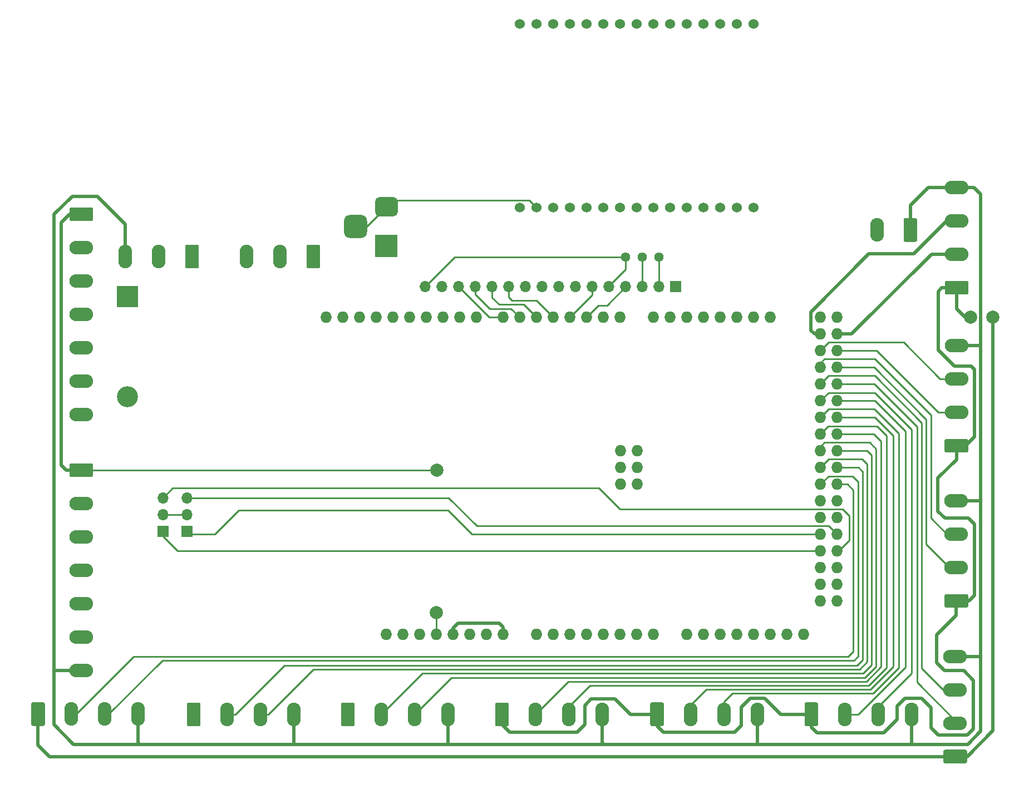
<source format=gbr>
%TF.GenerationSoftware,KiCad,Pcbnew,(5.1.6)-1*%
%TF.CreationDate,2021-07-14T17:55:53+02:00*%
%TF.ProjectId,future_uni,66757475-7265-45f7-956e-692e6b696361,rev?*%
%TF.SameCoordinates,Original*%
%TF.FileFunction,Copper,L2,Bot*%
%TF.FilePolarity,Positive*%
%FSLAX46Y46*%
G04 Gerber Fmt 4.6, Leading zero omitted, Abs format (unit mm)*
G04 Created by KiCad (PCBNEW (5.1.6)-1) date 2021-07-14 17:55:53*
%MOMM*%
%LPD*%
G01*
G04 APERTURE LIST*
%TA.AperFunction,ComponentPad*%
%ADD10O,2.080000X3.600000*%
%TD*%
%TA.AperFunction,ComponentPad*%
%ADD11O,3.600000X2.080000*%
%TD*%
%TA.AperFunction,ComponentPad*%
%ADD12R,1.700000X1.700000*%
%TD*%
%TA.AperFunction,ComponentPad*%
%ADD13O,1.700000X1.700000*%
%TD*%
%TA.AperFunction,ComponentPad*%
%ADD14R,3.500000X3.500000*%
%TD*%
%TA.AperFunction,ComponentPad*%
%ADD15C,1.440000*%
%TD*%
%TA.AperFunction,ComponentPad*%
%ADD16C,1.524000*%
%TD*%
%TA.AperFunction,ComponentPad*%
%ADD17O,1.727200X1.727200*%
%TD*%
%TA.AperFunction,ComponentPad*%
%ADD18R,3.200000X3.200000*%
%TD*%
%TA.AperFunction,ComponentPad*%
%ADD19O,3.200000X3.200000*%
%TD*%
%TA.AperFunction,ViaPad*%
%ADD20C,2.000000*%
%TD*%
%TA.AperFunction,Conductor*%
%ADD21C,0.500000*%
%TD*%
%TA.AperFunction,Conductor*%
%ADD22C,0.250000*%
%TD*%
G04 APERTURE END LIST*
%TO.P,J14,1*%
%TO.N,/5V*%
%TA.AperFunction,ComponentPad*%
G36*
G01*
X120387240Y-141491301D02*
X120387240Y-138391299D01*
G75*
G02*
X120637239Y-138141300I249999J0D01*
G01*
X122217241Y-138141300D01*
G75*
G02*
X122467240Y-138391299I0J-249999D01*
G01*
X122467240Y-141491301D01*
G75*
G02*
X122217241Y-141741300I-249999J0D01*
G01*
X120637239Y-141741300D01*
G75*
G02*
X120387240Y-141491301I0J249999D01*
G01*
G37*
%TD.AperFunction*%
D10*
%TO.P,J14,2*%
%TO.N,/TRIG_8*%
X126507240Y-139941300D03*
%TO.P,J14,3*%
%TO.N,/ECHO_8*%
X131587240Y-139941300D03*
%TO.P,J14,4*%
%TO.N,/GND*%
X136667240Y-139941300D03*
%TD*%
%TO.P,J8,4*%
%TO.N,/GND*%
X89547700Y-139900660D03*
%TO.P,J8,3*%
%TO.N,/ECHO_10*%
X84467700Y-139900660D03*
%TO.P,J8,2*%
%TO.N,/TRIG_10*%
X79387700Y-139900660D03*
%TO.P,J8,1*%
%TO.N,/5V*%
%TA.AperFunction,ComponentPad*%
G36*
G01*
X73267700Y-141450661D02*
X73267700Y-138350659D01*
G75*
G02*
X73517699Y-138100660I249999J0D01*
G01*
X75097701Y-138100660D01*
G75*
G02*
X75347700Y-138350659I0J-249999D01*
G01*
X75347700Y-141450661D01*
G75*
G02*
X75097701Y-141700660I-249999J0D01*
G01*
X73517699Y-141700660D01*
G75*
G02*
X73267700Y-141450661I0J249999D01*
G01*
G37*
%TD.AperFunction*%
%TD*%
D11*
%TO.P,J1,7*%
%TO.N,/GND*%
X80886300Y-133271260D03*
%TO.P,J1,6*%
%TO.N,/RST*%
X80886300Y-128191260D03*
%TO.P,J1,5*%
%TO.N,/SDA\u005CSS_2*%
X80886300Y-123111260D03*
%TO.P,J1,4*%
%TO.N,/SCK*%
X80886300Y-118031260D03*
%TO.P,J1,3*%
%TO.N,/MISO*%
X80886300Y-112951260D03*
%TO.P,J1,2*%
%TO.N,/MOSI*%
X80886300Y-107871260D03*
%TO.P,J1,1*%
%TO.N,/3.3V*%
%TA.AperFunction,ComponentPad*%
G36*
G01*
X79336299Y-101751260D02*
X82436301Y-101751260D01*
G75*
G02*
X82686300Y-102001259I0J-249999D01*
G01*
X82686300Y-103581261D01*
G75*
G02*
X82436301Y-103831260I-249999J0D01*
G01*
X79336299Y-103831260D01*
G75*
G02*
X79086300Y-103581261I0J249999D01*
G01*
X79086300Y-102001259D01*
G75*
G02*
X79336299Y-101751260I249999J0D01*
G01*
G37*
%TD.AperFunction*%
%TD*%
%TO.P,J2,1*%
%TO.N,/VIN*%
%TA.AperFunction,ComponentPad*%
G36*
G01*
X117209440Y-68716559D02*
X117209440Y-71816561D01*
G75*
G02*
X116959441Y-72066560I-249999J0D01*
G01*
X115379439Y-72066560D01*
G75*
G02*
X115129440Y-71816561I0J249999D01*
G01*
X115129440Y-68716559D01*
G75*
G02*
X115379439Y-68466560I249999J0D01*
G01*
X116959441Y-68466560D01*
G75*
G02*
X117209440Y-68716559I0J-249999D01*
G01*
G37*
%TD.AperFunction*%
D10*
%TO.P,J2,2*%
%TO.N,/Signal_1*%
X111089440Y-70266560D03*
%TO.P,J2,3*%
%TO.N,/GND*%
X106009440Y-70266560D03*
%TD*%
D12*
%TO.P,J3,1*%
%TO.N,/GND*%
X171310300Y-74879200D03*
D13*
%TO.P,J3,2*%
%TO.N,/5V*%
X168770300Y-74879200D03*
%TO.P,J3,3*%
%TO.N,/VO*%
X166230300Y-74879200D03*
%TO.P,J3,4*%
%TO.N,/RS*%
X163690300Y-74879200D03*
%TO.P,J3,5*%
%TO.N,/GND*%
X161150300Y-74879200D03*
%TO.P,J3,6*%
%TO.N,/E*%
X158610300Y-74879200D03*
%TO.P,J3,7*%
%TO.N,Net-(J3-Pad7)*%
X156070300Y-74879200D03*
%TO.P,J3,8*%
%TO.N,Net-(J3-Pad8)*%
X153530300Y-74879200D03*
%TO.P,J3,9*%
%TO.N,Net-(J3-Pad9)*%
X150990300Y-74879200D03*
%TO.P,J3,10*%
%TO.N,Net-(J3-Pad10)*%
X148450300Y-74879200D03*
%TO.P,J3,11*%
%TO.N,/DB4*%
X145910300Y-74879200D03*
%TO.P,J3,12*%
%TO.N,/DB5*%
X143370300Y-74879200D03*
%TO.P,J3,13*%
%TO.N,/DB6*%
X140830300Y-74879200D03*
%TO.P,J3,14*%
%TO.N,/DB7*%
X138290300Y-74879200D03*
%TO.P,J3,15*%
%TO.N,/5V*%
X135750300Y-74879200D03*
%TO.P,J3,16*%
%TO.N,/GND*%
X133210300Y-74879200D03*
%TD*%
D10*
%TO.P,J4,3*%
%TO.N,/GND*%
X87584280Y-70279260D03*
%TO.P,J4,2*%
%TO.N,/Signal_2*%
X92664280Y-70279260D03*
%TO.P,J4,1*%
%TO.N,/VIN*%
%TA.AperFunction,ComponentPad*%
G36*
G01*
X98784280Y-68729259D02*
X98784280Y-71829261D01*
G75*
G02*
X98534281Y-72079260I-249999J0D01*
G01*
X96954279Y-72079260D01*
G75*
G02*
X96704280Y-71829261I0J249999D01*
G01*
X96704280Y-68729259D01*
G75*
G02*
X96954279Y-68479260I249999J0D01*
G01*
X98534281Y-68479260D01*
G75*
G02*
X98784280Y-68729259I0J-249999D01*
G01*
G37*
%TD.AperFunction*%
%TD*%
D13*
%TO.P,J5,3*%
%TO.N,/GREEN_1*%
X93284040Y-107000040D03*
%TO.P,J5,2*%
%TO.N,/GND*%
X93284040Y-109540040D03*
D12*
%TO.P,J5,1*%
%TO.N,/RED_1*%
X93284040Y-112080040D03*
%TD*%
%TO.P,J6,1*%
%TO.N,/RED_2*%
X96951800Y-112072420D03*
D13*
%TO.P,J6,2*%
%TO.N,/GND*%
X96951800Y-109532420D03*
%TO.P,J6,3*%
%TO.N,/GREEN_2*%
X96951800Y-106992420D03*
%TD*%
%TO.P,J7,1*%
%TO.N,/3.3V*%
%TA.AperFunction,ComponentPad*%
G36*
G01*
X79333759Y-62787660D02*
X82433761Y-62787660D01*
G75*
G02*
X82683760Y-63037659I0J-249999D01*
G01*
X82683760Y-64617661D01*
G75*
G02*
X82433761Y-64867660I-249999J0D01*
G01*
X79333759Y-64867660D01*
G75*
G02*
X79083760Y-64617661I0J249999D01*
G01*
X79083760Y-63037659D01*
G75*
G02*
X79333759Y-62787660I249999J0D01*
G01*
G37*
%TD.AperFunction*%
D11*
%TO.P,J7,2*%
%TO.N,/MOSI*%
X80883760Y-68907660D03*
%TO.P,J7,3*%
%TO.N,/MISO*%
X80883760Y-73987660D03*
%TO.P,J7,4*%
%TO.N,/SCK*%
X80883760Y-79067660D03*
%TO.P,J7,5*%
%TO.N,/SDA\u005CSS_1*%
X80883760Y-84147660D03*
%TO.P,J7,6*%
%TO.N,/RST*%
X80883760Y-89227660D03*
%TO.P,J7,7*%
%TO.N,/GND*%
X80883760Y-94307660D03*
%TD*%
%TO.P,J9,1*%
%TO.N,/5V*%
%TA.AperFunction,ComponentPad*%
G36*
G01*
X96940500Y-141486221D02*
X96940500Y-138386219D01*
G75*
G02*
X97190499Y-138136220I249999J0D01*
G01*
X98770501Y-138136220D01*
G75*
G02*
X99020500Y-138386219I0J-249999D01*
G01*
X99020500Y-141486221D01*
G75*
G02*
X98770501Y-141736220I-249999J0D01*
G01*
X97190499Y-141736220D01*
G75*
G02*
X96940500Y-141486221I0J249999D01*
G01*
G37*
%TD.AperFunction*%
D10*
%TO.P,J9,2*%
%TO.N,/TRIG_9*%
X103060500Y-139936220D03*
%TO.P,J9,3*%
%TO.N,/ECHO_9*%
X108140500Y-139936220D03*
%TO.P,J9,4*%
%TO.N,/GND*%
X113220500Y-139936220D03*
%TD*%
D14*
%TO.P,J10,1*%
%TO.N,/VIN*%
X127307340Y-68694300D03*
%TO.P,J10,2*%
%TO.N,/GND*%
%TA.AperFunction,ComponentPad*%
G36*
G01*
X126307340Y-61194300D02*
X128307340Y-61194300D01*
G75*
G02*
X129057340Y-61944300I0J-750000D01*
G01*
X129057340Y-63444300D01*
G75*
G02*
X128307340Y-64194300I-750000J0D01*
G01*
X126307340Y-64194300D01*
G75*
G02*
X125557340Y-63444300I0J750000D01*
G01*
X125557340Y-61944300D01*
G75*
G02*
X126307340Y-61194300I750000J0D01*
G01*
G37*
%TD.AperFunction*%
%TO.P,J10,3*%
%TA.AperFunction,ComponentPad*%
G36*
G01*
X121732340Y-63944300D02*
X123482340Y-63944300D01*
G75*
G02*
X124357340Y-64819300I0J-875000D01*
G01*
X124357340Y-66569300D01*
G75*
G02*
X123482340Y-67444300I-875000J0D01*
G01*
X121732340Y-67444300D01*
G75*
G02*
X120857340Y-66569300I0J875000D01*
G01*
X120857340Y-64819300D01*
G75*
G02*
X121732340Y-63944300I875000J0D01*
G01*
G37*
%TD.AperFunction*%
%TD*%
%TO.P,J11,1*%
%TO.N,/GND*%
%TA.AperFunction,ComponentPad*%
G36*
G01*
X208055080Y-64677959D02*
X208055080Y-67777961D01*
G75*
G02*
X207805081Y-68027960I-249999J0D01*
G01*
X206225079Y-68027960D01*
G75*
G02*
X205975080Y-67777961I0J249999D01*
G01*
X205975080Y-64677959D01*
G75*
G02*
X206225079Y-64427960I249999J0D01*
G01*
X207805081Y-64427960D01*
G75*
G02*
X208055080Y-64677959I0J-249999D01*
G01*
G37*
%TD.AperFunction*%
D10*
%TO.P,J11,2*%
%TO.N,/VIN*%
X201935080Y-66227960D03*
%TD*%
%TO.P,J12,1*%
%TO.N,/5V*%
%TA.AperFunction,ComponentPad*%
G36*
G01*
X167445820Y-141468441D02*
X167445820Y-138368439D01*
G75*
G02*
X167695819Y-138118440I249999J0D01*
G01*
X169275821Y-138118440D01*
G75*
G02*
X169525820Y-138368439I0J-249999D01*
G01*
X169525820Y-141468441D01*
G75*
G02*
X169275821Y-141718440I-249999J0D01*
G01*
X167695819Y-141718440D01*
G75*
G02*
X167445820Y-141468441I0J249999D01*
G01*
G37*
%TD.AperFunction*%
%TO.P,J12,2*%
%TO.N,/TRIG_6*%
X173565820Y-139918440D03*
%TO.P,J12,3*%
%TO.N,/ECHO_6*%
X178645820Y-139918440D03*
%TO.P,J12,4*%
%TO.N,/GND*%
X183725820Y-139918440D03*
%TD*%
%TO.P,J13,4*%
%TO.N,/GND*%
X160116520Y-139956540D03*
%TO.P,J13,3*%
%TO.N,/ECHO_7*%
X155036520Y-139956540D03*
%TO.P,J13,2*%
%TO.N,/TRIG_7*%
X149956520Y-139956540D03*
%TO.P,J13,1*%
%TO.N,/5V*%
%TA.AperFunction,ComponentPad*%
G36*
G01*
X143836520Y-141506541D02*
X143836520Y-138406539D01*
G75*
G02*
X144086519Y-138156540I249999J0D01*
G01*
X145666521Y-138156540D01*
G75*
G02*
X145916520Y-138406539I0J-249999D01*
G01*
X145916520Y-141506541D01*
G75*
G02*
X145666521Y-141756540I-249999J0D01*
G01*
X144086519Y-141756540D01*
G75*
G02*
X143836520Y-141506541I0J249999D01*
G01*
G37*
%TD.AperFunction*%
%TD*%
%TO.P,J15,4*%
%TO.N,/GND*%
X207192880Y-139920980D03*
%TO.P,J15,3*%
%TO.N,/ECHO_5*%
X202112880Y-139920980D03*
%TO.P,J15,2*%
%TO.N,/TRIG_5*%
X197032880Y-139920980D03*
%TO.P,J15,1*%
%TO.N,/5V*%
%TA.AperFunction,ComponentPad*%
G36*
G01*
X190912880Y-141470981D02*
X190912880Y-138370979D01*
G75*
G02*
X191162879Y-138120980I249999J0D01*
G01*
X192742881Y-138120980D01*
G75*
G02*
X192992880Y-138370979I0J-249999D01*
G01*
X192992880Y-141470981D01*
G75*
G02*
X192742881Y-141720980I-249999J0D01*
G01*
X191162879Y-141720980D01*
G75*
G02*
X190912880Y-141470981I0J249999D01*
G01*
G37*
%TD.AperFunction*%
%TD*%
%TO.P,J16,1*%
%TO.N,/5V*%
%TA.AperFunction,ComponentPad*%
G36*
G01*
X215567861Y-100105080D02*
X212467859Y-100105080D01*
G75*
G02*
X212217860Y-99855081I0J249999D01*
G01*
X212217860Y-98275079D01*
G75*
G02*
X212467859Y-98025080I249999J0D01*
G01*
X215567861Y-98025080D01*
G75*
G02*
X215817860Y-98275079I0J-249999D01*
G01*
X215817860Y-99855081D01*
G75*
G02*
X215567861Y-100105080I-249999J0D01*
G01*
G37*
%TD.AperFunction*%
D11*
%TO.P,J16,2*%
%TO.N,/TRIG_2*%
X214017860Y-93985080D03*
%TO.P,J16,3*%
%TO.N,/ECHO_2*%
X214017860Y-88905080D03*
%TO.P,J16,4*%
%TO.N,/GND*%
X214017860Y-83825080D03*
%TD*%
%TO.P,J17,4*%
%TO.N,/GND*%
X214012780Y-107421680D03*
%TO.P,J17,3*%
%TO.N,/ECHO_3*%
X214012780Y-112501680D03*
%TO.P,J17,2*%
%TO.N,/TRIG_3*%
X214012780Y-117581680D03*
%TO.P,J17,1*%
%TO.N,/5V*%
%TA.AperFunction,ComponentPad*%
G36*
G01*
X215562781Y-123701680D02*
X212462779Y-123701680D01*
G75*
G02*
X212212780Y-123451681I0J249999D01*
G01*
X212212780Y-121871679D01*
G75*
G02*
X212462779Y-121621680I249999J0D01*
G01*
X215562781Y-121621680D01*
G75*
G02*
X215812780Y-121871679I0J-249999D01*
G01*
X215812780Y-123451681D01*
G75*
G02*
X215562781Y-123701680I-249999J0D01*
G01*
G37*
%TD.AperFunction*%
%TD*%
%TO.P,J18,1*%
%TO.N,/5V*%
%TA.AperFunction,ComponentPad*%
G36*
G01*
X215387521Y-147394800D02*
X212287519Y-147394800D01*
G75*
G02*
X212037520Y-147144801I0J249999D01*
G01*
X212037520Y-145564799D01*
G75*
G02*
X212287519Y-145314800I249999J0D01*
G01*
X215387521Y-145314800D01*
G75*
G02*
X215637520Y-145564799I0J-249999D01*
G01*
X215637520Y-147144801D01*
G75*
G02*
X215387521Y-147394800I-249999J0D01*
G01*
G37*
%TD.AperFunction*%
%TO.P,J18,2*%
%TO.N,/TRIG_4*%
X213837520Y-141274800D03*
%TO.P,J18,3*%
%TO.N,/ECHO_4*%
X213837520Y-136194800D03*
%TO.P,J18,4*%
%TO.N,/GND*%
X213837520Y-131114800D03*
%TD*%
%TO.P,J19,4*%
%TO.N,/GND*%
X214063580Y-59778900D03*
%TO.P,J19,3*%
%TO.N,/ECHO_1*%
X214063580Y-64858900D03*
%TO.P,J19,2*%
%TO.N,/TRIG_1*%
X214063580Y-69938900D03*
%TO.P,J19,1*%
%TO.N,/5V*%
%TA.AperFunction,ComponentPad*%
G36*
G01*
X215613581Y-76058900D02*
X212513579Y-76058900D01*
G75*
G02*
X212263580Y-75808901I0J249999D01*
G01*
X212263580Y-74228899D01*
G75*
G02*
X212513579Y-73978900I249999J0D01*
G01*
X215613581Y-73978900D01*
G75*
G02*
X215863580Y-74228899I0J-249999D01*
G01*
X215863580Y-75808901D01*
G75*
G02*
X215613581Y-76058900I-249999J0D01*
G01*
G37*
%TD.AperFunction*%
%TD*%
D15*
%TO.P,RV1,1*%
%TO.N,/5V*%
X168734740Y-70368160D03*
%TO.P,RV1,2*%
%TO.N,/VO*%
X166194740Y-70368160D03*
%TO.P,RV1,3*%
%TO.N,/GND*%
X163654740Y-70368160D03*
%TD*%
D16*
%TO.P,U1,1*%
%TO.N,Net-(U1-Pad1)*%
X183126380Y-34869120D03*
%TO.P,U1,2*%
%TO.N,Net-(U1-Pad2)*%
X180586380Y-34869120D03*
%TO.P,U1,3*%
%TO.N,Net-(U1-Pad3)*%
X178046380Y-34869120D03*
%TO.P,U1,4*%
%TO.N,Net-(U1-Pad4)*%
X175506380Y-34869120D03*
%TO.P,U1,5*%
%TO.N,Net-(U1-Pad5)*%
X172966380Y-34869120D03*
%TO.P,U1,6*%
%TO.N,Net-(U1-Pad6)*%
X170426380Y-34869120D03*
%TO.P,U1,7*%
%TO.N,Net-(U1-Pad7)*%
X167886380Y-34869120D03*
%TO.P,U1,8*%
%TO.N,Net-(U1-Pad8)*%
X165346380Y-34869120D03*
%TO.P,U1,9*%
%TO.N,Net-(U1-Pad9)*%
X162806380Y-34869120D03*
%TO.P,U1,10*%
%TO.N,Net-(U1-Pad10)*%
X160266380Y-34869120D03*
%TO.P,U1,11*%
%TO.N,Net-(U1-Pad11)*%
X157726380Y-34869120D03*
%TO.P,U1,12*%
%TO.N,/EN_ESP*%
X155186380Y-34869120D03*
%TO.P,U1,13*%
%TO.N,/RST_ESP*%
X152646380Y-34869120D03*
%TO.P,U1,14*%
%TO.N,Net-(U1-Pad14)*%
X150106380Y-34869120D03*
%TO.P,U1,15*%
%TO.N,/VIN*%
X147566380Y-34869120D03*
%TO.P,U1,16*%
%TO.N,Net-(U1-Pad16)*%
X147566380Y-62809120D03*
%TO.P,U1,17*%
%TO.N,/GND*%
X150106380Y-62809120D03*
%TO.P,U1,18*%
%TO.N,/RX_MCU*%
X152646380Y-62809120D03*
%TO.P,U1,19*%
%TO.N,/TX_MCU*%
X155186380Y-62809120D03*
%TO.P,U1,20*%
%TO.N,Net-(U1-Pad20)*%
X157726380Y-62809120D03*
%TO.P,U1,21*%
%TO.N,Net-(U1-Pad21)*%
X160266380Y-62809120D03*
%TO.P,U1,22*%
%TO.N,Net-(U1-Pad22)*%
X162806380Y-62809120D03*
%TO.P,U1,23*%
%TO.N,Net-(U1-Pad23)*%
X165346380Y-62809120D03*
%TO.P,U1,24*%
%TO.N,Net-(U1-Pad24)*%
X167886380Y-62809120D03*
%TO.P,U1,25*%
%TO.N,Net-(U1-Pad25)*%
X170426380Y-62809120D03*
%TO.P,U1,26*%
%TO.N,Net-(U1-Pad26)*%
X172966380Y-62809120D03*
%TO.P,U1,27*%
%TO.N,Net-(U1-Pad27)*%
X175506380Y-62809120D03*
%TO.P,U1,28*%
%TO.N,Net-(U1-Pad28)*%
X178046380Y-62809120D03*
%TO.P,U1,29*%
%TO.N,Net-(U1-Pad29)*%
X180586380Y-62809120D03*
%TO.P,U1,30*%
%TO.N,Net-(U1-Pad30)*%
X183126380Y-62809120D03*
%TD*%
D17*
%TO.P,XA1,RST2*%
%TO.N,Net-(XA1-PadRST2)*%
X162943540Y-104929940D03*
%TO.P,XA1,GND4*%
%TO.N,Net-(XA1-PadGND4)*%
X165483540Y-104929940D03*
%TO.P,XA1,MOSI*%
%TO.N,Net-(XA1-PadMOSI)*%
X165483540Y-102389940D03*
%TO.P,XA1,SCK*%
%TO.N,Net-(XA1-PadSCK)*%
X162943540Y-102389940D03*
%TO.P,XA1,5V2*%
%TO.N,Net-(XA1-Pad5V2)*%
X165483540Y-99849940D03*
%TO.P,XA1,A0*%
%TO.N,Net-(XA1-PadA0)*%
X150116540Y-127789940D03*
%TO.P,XA1,VIN*%
%TO.N,/5V*%
X145036540Y-127789940D03*
%TO.P,XA1,GND3*%
%TO.N,Net-(XA1-PadGND3)*%
X142496540Y-127789940D03*
%TO.P,XA1,GND2*%
%TO.N,Net-(XA1-PadGND2)*%
X139956540Y-127789940D03*
%TO.P,XA1,5V1*%
%TO.N,Net-(XA1-Pad5V1)*%
X137416540Y-127789940D03*
%TO.P,XA1,3V3*%
%TO.N,/3.3V*%
X134876540Y-127789940D03*
%TO.P,XA1,RST1*%
%TO.N,Net-(XA1-PadRST1)*%
X132336540Y-127789940D03*
%TO.P,XA1,IORF*%
%TO.N,Net-(XA1-PadIORF)*%
X129796540Y-127789940D03*
%TO.P,XA1,D21*%
%TO.N,Net-(XA1-PadD21)*%
X185676540Y-79529940D03*
%TO.P,XA1,D20*%
%TO.N,Net-(XA1-PadD20)*%
X183136540Y-79529940D03*
%TO.P,XA1,D19*%
%TO.N,/RST_ESP*%
X180596540Y-79529940D03*
%TO.P,XA1,D18*%
%TO.N,/EN_ESP*%
X178056540Y-79529940D03*
%TO.P,XA1,D17*%
%TO.N,Net-(XA1-PadD17)*%
X175516540Y-79529940D03*
%TO.P,XA1,D16*%
%TO.N,Net-(XA1-PadD16)*%
X172976540Y-79529940D03*
%TO.P,XA1,D15*%
%TO.N,Net-(XA1-PadD15)*%
X170436540Y-79529940D03*
%TO.P,XA1,D14*%
%TO.N,Net-(XA1-PadD14)*%
X167896540Y-79529940D03*
%TO.P,XA1,D0*%
%TO.N,/RX_MCU*%
X162816540Y-79529940D03*
%TO.P,XA1,D1*%
%TO.N,/TX_MCU*%
X160276540Y-79529940D03*
%TO.P,XA1,D2*%
%TO.N,/RS*%
X157736540Y-79529940D03*
%TO.P,XA1,D3*%
%TO.N,/E*%
X155196540Y-79529940D03*
%TO.P,XA1,D4*%
%TO.N,/DB4*%
X152656540Y-79529940D03*
%TO.P,XA1,D5*%
%TO.N,/DB5*%
X150116540Y-79529940D03*
%TO.P,XA1,D6*%
%TO.N,/DB6*%
X147576540Y-79529940D03*
%TO.P,XA1,D7*%
%TO.N,/DB7*%
X145036540Y-79529940D03*
%TO.P,XA1,GND1*%
%TO.N,/GND*%
X125732540Y-79529940D03*
%TO.P,XA1,D8*%
%TO.N,/RST*%
X140972540Y-79529940D03*
%TO.P,XA1,D9*%
%TO.N,/SDA\u005CSS_1*%
X138432540Y-79529940D03*
%TO.P,XA1,D10*%
%TO.N,/SDA\u005CSS_2*%
X135892540Y-79529940D03*
%TO.P,XA1,SCL*%
%TO.N,Net-(XA1-PadSCL)*%
X118112540Y-79529940D03*
%TO.P,XA1,SDA*%
%TO.N,Net-(XA1-PadSDA)*%
X120652540Y-79529940D03*
%TO.P,XA1,AREF*%
%TO.N,Net-(XA1-PadAREF)*%
X123192540Y-79529940D03*
%TO.P,XA1,D13*%
%TO.N,Net-(XA1-PadD13)*%
X128272540Y-79529940D03*
%TO.P,XA1,D12*%
%TO.N,/Signal_2*%
X130812540Y-79529940D03*
%TO.P,XA1,D11*%
%TO.N,/Signal_1*%
X133352540Y-79529940D03*
%TO.P,XA1,*%
%TO.N,*%
X127256540Y-127789940D03*
%TO.P,XA1,A1*%
%TO.N,Net-(XA1-PadA1)*%
X152656540Y-127789940D03*
%TO.P,XA1,A2*%
%TO.N,Net-(XA1-PadA2)*%
X155196540Y-127789940D03*
%TO.P,XA1,A3*%
%TO.N,Net-(XA1-PadA3)*%
X157736540Y-127789940D03*
%TO.P,XA1,A4*%
%TO.N,Net-(XA1-PadA4)*%
X160276540Y-127789940D03*
%TO.P,XA1,A5*%
%TO.N,Net-(XA1-PadA5)*%
X162816540Y-127789940D03*
%TO.P,XA1,A6*%
%TO.N,Net-(XA1-PadA6)*%
X165356540Y-127789940D03*
%TO.P,XA1,A7*%
%TO.N,Net-(XA1-PadA7)*%
X167896540Y-127789940D03*
%TO.P,XA1,A8*%
%TO.N,Net-(XA1-PadA8)*%
X172976540Y-127789940D03*
%TO.P,XA1,A9*%
%TO.N,Net-(XA1-PadA9)*%
X175516540Y-127789940D03*
%TO.P,XA1,A10*%
%TO.N,Net-(XA1-PadA10)*%
X178056540Y-127789940D03*
%TO.P,XA1,A11*%
%TO.N,Net-(XA1-PadA11)*%
X180596540Y-127789940D03*
%TO.P,XA1,A12*%
%TO.N,Net-(XA1-PadA12)*%
X183136540Y-127789940D03*
%TO.P,XA1,A13*%
%TO.N,Net-(XA1-PadA13)*%
X185676540Y-127789940D03*
%TO.P,XA1,A14*%
%TO.N,Net-(XA1-PadA14)*%
X188216540Y-127789940D03*
%TO.P,XA1,A15*%
%TO.N,Net-(XA1-PadA15)*%
X190756540Y-127789940D03*
%TO.P,XA1,5V3*%
%TO.N,Net-(XA1-Pad5V3)*%
X193296540Y-79529940D03*
%TO.P,XA1,5V4*%
%TO.N,Net-(XA1-Pad5V4)*%
X195836540Y-79529940D03*
%TO.P,XA1,D22*%
%TO.N,/ECHO_1*%
X193296540Y-82069940D03*
%TO.P,XA1,D23*%
%TO.N,/TRIG_1*%
X195836540Y-82069940D03*
%TO.P,XA1,D24*%
%TO.N,/ECHO_2*%
X193296540Y-84609940D03*
%TO.P,XA1,D25*%
%TO.N,/TRIG_2*%
X195836540Y-84609940D03*
%TO.P,XA1,D26*%
%TO.N,/ECHO_3*%
X193296540Y-87149940D03*
%TO.P,XA1,D27*%
%TO.N,/TRIG_3*%
X195836540Y-87149940D03*
%TO.P,XA1,D28*%
%TO.N,/ECHO_4*%
X193296540Y-89689940D03*
%TO.P,XA1,D29*%
%TO.N,/TRIG_4*%
X195836540Y-89689940D03*
%TO.P,XA1,D30*%
%TO.N,/ECHO_5*%
X193296540Y-92229940D03*
%TO.P,XA1,D31*%
%TO.N,/TRIG_5*%
X195836540Y-92229940D03*
%TO.P,XA1,D32*%
%TO.N,/ECHO_6*%
X193296540Y-94769940D03*
%TO.P,XA1,D33*%
%TO.N,/TRIG_6*%
X195836540Y-94769940D03*
%TO.P,XA1,D34*%
%TO.N,/ECHO_7*%
X193296540Y-97309940D03*
%TO.P,XA1,D35*%
%TO.N,/TRIG_7*%
X195836540Y-97309940D03*
%TO.P,XA1,D36*%
%TO.N,/ECHO_8*%
X193296540Y-99849940D03*
%TO.P,XA1,D37*%
%TO.N,/TRIG_8*%
X195836540Y-99849940D03*
%TO.P,XA1,D38*%
%TO.N,/ECHO_9*%
X193296540Y-102389940D03*
%TO.P,XA1,D39*%
%TO.N,/TRIG_9*%
X195836540Y-102389940D03*
%TO.P,XA1,D40*%
%TO.N,/ECHO_10*%
X193296540Y-104929940D03*
%TO.P,XA1,D41*%
%TO.N,/TRIG_10*%
X195836540Y-104929940D03*
%TO.P,XA1,D42*%
%TO.N,Net-(XA1-PadD42)*%
X193296540Y-107469940D03*
%TO.P,XA1,D43*%
%TO.N,Net-(XA1-PadD43)*%
X195836540Y-107469940D03*
%TO.P,XA1,D44*%
%TO.N,Net-(XA1-PadD44)*%
X193296540Y-110009940D03*
%TO.P,XA1,D45*%
%TO.N,Net-(XA1-PadD45)*%
X195836540Y-110009940D03*
%TO.P,XA1,D46*%
%TO.N,/RED_2*%
X193296540Y-112549940D03*
%TO.P,XA1,D47*%
%TO.N,/GREEN_2*%
X195836540Y-112549940D03*
%TO.P,XA1,D48*%
%TO.N,/RED_1*%
X193296540Y-115089940D03*
%TO.P,XA1,D49*%
%TO.N,/GREEN_1*%
X195836540Y-115089940D03*
%TO.P,XA1,D50*%
%TO.N,/MISO*%
X193296540Y-117629940D03*
%TO.P,XA1,D51*%
%TO.N,/MOSI*%
X195836540Y-117629940D03*
%TO.P,XA1,D52*%
%TO.N,/SCK*%
X193296540Y-120169940D03*
%TO.P,XA1,D53*%
%TO.N,Net-(XA1-PadD53)*%
X195836540Y-120169940D03*
%TO.P,XA1,GND5*%
%TO.N,Net-(XA1-PadGND5)*%
X193296540Y-122709940D03*
%TO.P,XA1,GND6*%
%TO.N,Net-(XA1-PadGND6)*%
X195836540Y-122709940D03*
%TO.P,XA1,MISO*%
%TO.N,Net-(XA1-PadMISO)*%
X162943540Y-99849940D03*
%TD*%
D18*
%TO.P,D1,1*%
%TO.N,/5V*%
X87944960Y-76375260D03*
D19*
%TO.P,D1,2*%
%TO.N,/VIN*%
X87944960Y-91615260D03*
%TD*%
D20*
%TO.N,/3.3V*%
X134876540Y-124449840D03*
X134980680Y-102786180D03*
%TO.N,/5V*%
X216197180Y-79537560D03*
X219585540Y-79522320D03*
%TD*%
D21*
%TO.N,/GND*%
X216712800Y-59778900D02*
X217716100Y-60782200D01*
X214063580Y-59778900D02*
X216712800Y-59778900D01*
X217680540Y-107421680D02*
X217716100Y-107386120D01*
X214012780Y-107421680D02*
X217680540Y-107421680D01*
X217675460Y-83825080D02*
X217716100Y-83865720D01*
X217716100Y-60782200D02*
X217716100Y-83865720D01*
X214017860Y-83825080D02*
X217675460Y-83825080D01*
X217716100Y-83865720D02*
X217716100Y-107386120D01*
X80886300Y-133271260D02*
X80731360Y-133271260D01*
X87584280Y-70279260D02*
X87584280Y-65374520D01*
X87584280Y-65374520D02*
X83296760Y-61087000D01*
X83296760Y-61087000D02*
X79502000Y-61087000D01*
X79502000Y-61087000D02*
X76735940Y-63853060D01*
X217716100Y-108685532D02*
X217738960Y-108708392D01*
X217716100Y-107386120D02*
X217716100Y-108685532D01*
X217515440Y-131114800D02*
X217738960Y-130891280D01*
X213837520Y-131114800D02*
X217515440Y-131114800D01*
X217738960Y-108708392D02*
X217738960Y-130891280D01*
X76748640Y-133271260D02*
X76735940Y-133258560D01*
X80886300Y-133271260D02*
X76748640Y-133271260D01*
X76735940Y-141514530D02*
X76735940Y-132808980D01*
X76735940Y-63853060D02*
X76735940Y-132808980D01*
X76735940Y-132808980D02*
X76735940Y-133258560D01*
X206715360Y-144485360D02*
X206705200Y-144495520D01*
X217738960Y-130891280D02*
X217738960Y-142524480D01*
X217738960Y-142524480D02*
X215778080Y-144485360D01*
X113192560Y-144429480D02*
X113136680Y-144485360D01*
X113192560Y-139931140D02*
X113192560Y-144429480D01*
X136667240Y-144406620D02*
X136588500Y-144485360D01*
X136667240Y-139941300D02*
X136667240Y-144406620D01*
X136588500Y-144485360D02*
X113136680Y-144485360D01*
X183725820Y-144371060D02*
X183611520Y-144485360D01*
X183725820Y-139918440D02*
X183725820Y-144371060D01*
X206715360Y-144485360D02*
X183611520Y-144485360D01*
X207192880Y-139920980D02*
X207192880Y-144414240D01*
X215778080Y-144485360D02*
X207121760Y-144485360D01*
X207192880Y-144414240D02*
X207121760Y-144485360D01*
X207121760Y-144485360D02*
X206715360Y-144485360D01*
X160116520Y-139956540D02*
X160116520Y-144183100D01*
X183611520Y-144485360D02*
X160418780Y-144485360D01*
X160116520Y-144183100D02*
X160418780Y-144485360D01*
X160418780Y-144485360D02*
X136588500Y-144485360D01*
X207015080Y-66227960D02*
X207015080Y-62489080D01*
X209725260Y-59778900D02*
X214063580Y-59778900D01*
X207015080Y-62489080D02*
X209725260Y-59778900D01*
X79706770Y-144485360D02*
X76735940Y-141514530D01*
X89547700Y-144302480D02*
X89730580Y-144485360D01*
X89547700Y-139900660D02*
X89547700Y-144302480D01*
X113136680Y-144485360D02*
X89730580Y-144485360D01*
X89730580Y-144485360D02*
X79706770Y-144485360D01*
D22*
X93291660Y-109532420D02*
X93284040Y-109540040D01*
X96951800Y-109532420D02*
X93291660Y-109532420D01*
X163654740Y-70368160D02*
X163654740Y-72227440D01*
X161150300Y-74731880D02*
X161150300Y-74879200D01*
X163654740Y-72227440D02*
X161150300Y-74731880D01*
X124307340Y-65694300D02*
X127307340Y-62694300D01*
X122607340Y-65694300D02*
X124307340Y-65694300D01*
X137721340Y-70368160D02*
X137717530Y-70371970D01*
X163654740Y-70368160D02*
X137721340Y-70368160D01*
X133210300Y-74879200D02*
X137717530Y-70371970D01*
X128279521Y-61722119D02*
X127307340Y-62694300D01*
X149019379Y-61722119D02*
X128279521Y-61722119D01*
X150106380Y-62809120D02*
X149019379Y-61722119D01*
D21*
%TO.N,/3.3V*%
X79133700Y-63827660D02*
X80883760Y-63827660D01*
X77845920Y-65115440D02*
X79133700Y-63827660D01*
X77845920Y-102019100D02*
X77845920Y-65115440D01*
X80886300Y-102791260D02*
X78618080Y-102791260D01*
X78618080Y-102791260D02*
X77845920Y-102019100D01*
D22*
X134876540Y-124449840D02*
X134876540Y-127789940D01*
X80886300Y-102791260D02*
X134975600Y-102791260D01*
X134975600Y-102791260D02*
X134980680Y-102786180D01*
D21*
%TO.N,/5V*%
X215389460Y-99065080D02*
X214017860Y-99065080D01*
X216753440Y-87490300D02*
X216753440Y-97701100D01*
X216227660Y-86964520D02*
X216753440Y-87490300D01*
X211810600Y-75018900D02*
X211244180Y-75585320D01*
X214063580Y-75018900D02*
X211810600Y-75018900D01*
X211244180Y-75585320D02*
X211244180Y-84518500D01*
X216753440Y-97701100D02*
X215389460Y-99065080D01*
X211244180Y-84518500D02*
X213690200Y-86964520D01*
X213690200Y-86964520D02*
X216227660Y-86964520D01*
X215917780Y-122661680D02*
X214012780Y-122661680D01*
X216766140Y-121813320D02*
X215917780Y-122661680D01*
X216766140Y-110987840D02*
X216766140Y-121813320D01*
X214017860Y-99065080D02*
X214017860Y-101165660D01*
X211216240Y-103967280D02*
X211216240Y-109029500D01*
X214017860Y-101165660D02*
X211216240Y-103967280D01*
X211216240Y-109029500D02*
X212247480Y-110060740D01*
X215839040Y-110060740D02*
X216766140Y-110987840D01*
X212247480Y-110060740D02*
X215839040Y-110060740D01*
X137416540Y-126834900D02*
X138196320Y-126055120D01*
X138196320Y-126055120D02*
X144442180Y-126055120D01*
X145036540Y-126649480D02*
X145036540Y-127789940D01*
X144442180Y-126055120D02*
X145036540Y-126649480D01*
X121427240Y-139941300D02*
X121427240Y-138391900D01*
X219585540Y-142406780D02*
X219585540Y-79522320D01*
X215637520Y-146354800D02*
X219585540Y-142406780D01*
X213837520Y-146354800D02*
X215637520Y-146354800D01*
X215361520Y-79537560D02*
X216197180Y-79537560D01*
X214063580Y-75018900D02*
X214063580Y-78239620D01*
X214063580Y-78239620D02*
X215361520Y-79537560D01*
X144876520Y-141490700D02*
X144876520Y-139956540D01*
X146039840Y-142654020D02*
X144876520Y-141490700D01*
X156311600Y-142654020D02*
X146039840Y-142654020D01*
X157505400Y-141460220D02*
X156311600Y-142654020D01*
X164421820Y-139918440D02*
X162087560Y-137584180D01*
X168485820Y-139918440D02*
X164421820Y-139918440D01*
X157505400Y-138551920D02*
X157505400Y-141460220D01*
X162087560Y-137584180D02*
X158473140Y-137584180D01*
X158473140Y-137584180D02*
X157505400Y-138551920D01*
X168485820Y-141749780D02*
X168485820Y-139918440D01*
X169418000Y-142681960D02*
X168485820Y-141749780D01*
X180281580Y-142681960D02*
X169418000Y-142681960D01*
X181287420Y-141676120D02*
X180281580Y-142681960D01*
X187312300Y-139920980D02*
X184868820Y-137477500D01*
X182643780Y-137477500D02*
X181287420Y-138833860D01*
X184868820Y-137477500D02*
X182643780Y-137477500D01*
X191952880Y-139920980D02*
X187312300Y-139920980D01*
X181287420Y-138833860D02*
X181287420Y-141676120D01*
X211013040Y-132100320D02*
X211013040Y-127878840D01*
X216641680Y-142107920D02*
X216641680Y-134744460D01*
X202976480Y-142748000D02*
X204972920Y-140751560D01*
X210162140Y-138892280D02*
X210162140Y-141965680D01*
X215191340Y-133294120D02*
X212206840Y-133294120D01*
X192780920Y-142748000D02*
X202976480Y-142748000D01*
X211287360Y-143090900D02*
X215658700Y-143090900D01*
X191952880Y-139920980D02*
X191952880Y-141919960D01*
X210162140Y-141965680D02*
X211287360Y-143090900D01*
X212206840Y-133294120D02*
X211013040Y-132100320D01*
X204972920Y-140751560D02*
X204972920Y-138663680D01*
X211013040Y-127878840D02*
X214012780Y-124879100D01*
X215658700Y-143090900D02*
X216641680Y-142107920D01*
X191952880Y-141919960D02*
X192780920Y-142748000D01*
X216641680Y-134744460D02*
X215191340Y-133294120D01*
X204972920Y-138663680D02*
X206143860Y-137492740D01*
X206143860Y-137492740D02*
X208762600Y-137492740D01*
X214012780Y-124879100D02*
X214012780Y-122661680D01*
X208762600Y-137492740D02*
X210162140Y-138892280D01*
X74307700Y-144594580D02*
X74307700Y-139900660D01*
X213837520Y-146354800D02*
X76067920Y-146354800D01*
X76067920Y-146354800D02*
X74307700Y-144594580D01*
D22*
X168770300Y-70403720D02*
X168734740Y-70368160D01*
X168770300Y-74879200D02*
X168770300Y-70403720D01*
%TO.N,/VO*%
X166194740Y-74843640D02*
X166230300Y-74879200D01*
X166194740Y-70368160D02*
X166194740Y-74843640D01*
%TO.N,/RS*%
X163690300Y-74879200D02*
X160855660Y-77713840D01*
X159552640Y-77713840D02*
X157736540Y-79529940D01*
X160855660Y-77713840D02*
X159552640Y-77713840D01*
%TO.N,/E*%
X158610300Y-76116180D02*
X155196540Y-79529940D01*
X158610300Y-74879200D02*
X158610300Y-76116180D01*
%TO.N,/DB4*%
X146448780Y-76974700D02*
X150101300Y-76974700D01*
X150101300Y-76974700D02*
X152656540Y-79529940D01*
X145910300Y-74879200D02*
X145910300Y-76436220D01*
X145910300Y-76436220D02*
X146448780Y-76974700D01*
%TO.N,/DB5*%
X148173440Y-77586840D02*
X150116540Y-79529940D01*
X144444720Y-77586840D02*
X148173440Y-77586840D01*
X143370300Y-74879200D02*
X143370300Y-76512420D01*
X143370300Y-76512420D02*
X144444720Y-77586840D01*
%TO.N,/DB6*%
X146248120Y-78201520D02*
X147576540Y-79529940D01*
X143007080Y-78201520D02*
X146248120Y-78201520D01*
X140830300Y-74879200D02*
X140830300Y-76024740D01*
X140830300Y-76024740D02*
X143007080Y-78201520D01*
%TO.N,/DB7*%
X142941040Y-79529940D02*
X145036540Y-79529940D01*
X138290300Y-74879200D02*
X142941040Y-79529940D01*
%TO.N,/GREEN_1*%
X195994020Y-115247420D02*
X195836540Y-115089940D01*
X196100700Y-115089940D02*
X195836540Y-115089940D01*
X197733920Y-113456720D02*
X196100700Y-115089940D01*
X197733920Y-109735620D02*
X197733920Y-113456720D01*
X93284040Y-107000040D02*
X94783611Y-105500469D01*
X94783611Y-105500469D02*
X159615169Y-105500469D01*
X162859720Y-108745020D02*
X196743320Y-108745020D01*
X159615169Y-105500469D02*
X162859720Y-108745020D01*
X196743320Y-108745020D02*
X197733920Y-109735620D01*
%TO.N,/RED_1*%
X93284040Y-112849660D02*
X93284040Y-112080040D01*
X193296540Y-115089940D02*
X95524320Y-115089940D01*
X95524320Y-115089940D02*
X93284040Y-112849660D01*
%TO.N,/RED_2*%
X193296540Y-112549940D02*
X140301980Y-112549940D01*
X140301980Y-112549940D02*
X136634220Y-108882180D01*
X136634220Y-108882180D02*
X104820720Y-108882180D01*
X104820720Y-108882180D02*
X101168200Y-112534700D01*
X97414080Y-112534700D02*
X96951800Y-112072420D01*
X101168200Y-112534700D02*
X97414080Y-112534700D01*
%TO.N,/GREEN_2*%
X136771380Y-106992420D02*
X96951800Y-106992420D01*
X141038580Y-111259620D02*
X136771380Y-106992420D01*
X195836540Y-112549940D02*
X194546220Y-111259620D01*
X194546220Y-111259620D02*
X141038580Y-111259620D01*
%TO.N,/TRIG_10*%
X88869520Y-131145280D02*
X80114140Y-139900660D01*
X80114140Y-139900660D02*
X79387700Y-139900660D01*
X197446900Y-104929940D02*
X198305420Y-105788460D01*
X195836540Y-104929940D02*
X197446900Y-104929940D01*
X198305420Y-105788460D02*
X198305420Y-130408680D01*
X198305420Y-130408680D02*
X197568820Y-131145280D01*
X197568820Y-131145280D02*
X88869520Y-131145280D01*
%TO.N,/ECHO_10*%
X198442580Y-131714240D02*
X93215460Y-131714240D01*
X93215460Y-131714240D02*
X85029040Y-139900660D01*
X194546220Y-103680260D02*
X198247000Y-103680260D01*
X193296540Y-104929940D02*
X194546220Y-103680260D01*
X85029040Y-139900660D02*
X84467700Y-139900660D01*
X199087740Y-104521000D02*
X199087740Y-131069080D01*
X198247000Y-103680260D02*
X199087740Y-104521000D01*
X199087740Y-131069080D02*
X198442580Y-131714240D01*
%TO.N,/ECHO_9*%
X116189760Y-133055360D02*
X109308900Y-139936220D01*
X109308900Y-139936220D02*
X108140500Y-139936220D01*
X194589400Y-101097080D02*
X199644000Y-101097080D01*
X193296540Y-102389940D02*
X194589400Y-101097080D01*
X199296020Y-133055360D02*
X116189760Y-133055360D01*
X199644000Y-101097080D02*
X200408540Y-101861620D01*
X200408540Y-101861620D02*
X200408540Y-131942840D01*
X200408540Y-131942840D02*
X199296020Y-133055360D01*
%TO.N,/TRIG_9*%
X199146160Y-102389940D02*
X199750680Y-102994460D01*
X104335580Y-139936220D02*
X103060500Y-139936220D01*
X195836540Y-102389940D02*
X199146160Y-102389940D01*
X111770160Y-132501640D02*
X104335580Y-139936220D01*
X199750680Y-102994460D02*
X199750680Y-131687711D01*
X199750680Y-131687711D02*
X198936751Y-132501640D01*
X198936751Y-132501640D02*
X111770160Y-132501640D01*
%TO.N,/ECHO_6*%
X179971700Y-136715500D02*
X178645820Y-138041380D01*
X201371200Y-136715500D02*
X179971700Y-136715500D01*
X194586860Y-93479620D02*
X201554080Y-93479620D01*
X178645820Y-138041380D02*
X178645820Y-139918440D01*
X193296540Y-94769940D02*
X194586860Y-93479620D01*
X201554080Y-93479620D02*
X205259940Y-97185480D01*
X205259940Y-97185480D02*
X205259940Y-132826760D01*
X205259940Y-132826760D02*
X201371200Y-136715500D01*
%TO.N,/TRIG_6*%
X173565820Y-138496040D02*
X173565820Y-139918440D01*
X175922940Y-136138920D02*
X173565820Y-138496040D01*
X201642980Y-94769940D02*
X204416660Y-97543620D01*
X200967340Y-136138920D02*
X175922940Y-136138920D01*
X195836540Y-94769940D02*
X201642980Y-94769940D01*
X204416660Y-97543620D02*
X204416660Y-132689600D01*
X204416660Y-132689600D02*
X200967340Y-136138920D01*
%TO.N,/TRIG_7*%
X201480420Y-97309940D02*
X202580240Y-98409760D01*
X200360280Y-134927340D02*
X154985720Y-134927340D01*
X195836540Y-97309940D02*
X201480420Y-97309940D01*
X154985720Y-134927340D02*
X149956520Y-139956540D01*
X202580240Y-98409760D02*
X202580240Y-132707380D01*
X202580240Y-132707380D02*
X200360280Y-134927340D01*
%TO.N,/ECHO_7*%
X155036520Y-138790680D02*
X155036520Y-139956540D01*
X158295340Y-135531860D02*
X155036520Y-138790680D01*
X200708260Y-135531860D02*
X158295340Y-135531860D01*
X194485141Y-96121339D02*
X201968219Y-96121339D01*
X193296540Y-97309940D02*
X194485141Y-96121339D01*
X203387960Y-97541080D02*
X203387960Y-132852160D01*
X201968219Y-96121339D02*
X203387960Y-97541080D01*
X203387960Y-132852160D02*
X200708260Y-135531860D01*
%TO.N,/ECHO_8*%
X137167620Y-134360920D02*
X131587240Y-139941300D01*
X193296540Y-99209860D02*
X193941700Y-98564700D01*
X201818240Y-132646420D02*
X200103740Y-134360920D01*
X193296540Y-99849940D02*
X193296540Y-99209860D01*
X193941700Y-98564700D02*
X200830180Y-98564700D01*
X201818240Y-99552760D02*
X201818240Y-132646420D01*
X200103740Y-134360920D02*
X137167620Y-134360920D01*
X200830180Y-98564700D02*
X201818240Y-99552760D01*
%TO.N,/TRIG_8*%
X132763260Y-133685280D02*
X126507240Y-139941300D01*
X200416160Y-99849940D02*
X201091800Y-100525580D01*
X201091800Y-132415280D02*
X199821800Y-133685280D01*
X199821800Y-133685280D02*
X132763260Y-133685280D01*
X195836540Y-99849940D02*
X200416160Y-99849940D01*
X201091800Y-100525580D02*
X201091800Y-132415280D01*
%TO.N,/TRIG_5*%
X197032880Y-139141200D02*
X197032880Y-139920980D01*
X199059800Y-139920980D02*
X197032880Y-139920980D01*
X206240380Y-96867980D02*
X206240380Y-132740400D01*
X195836540Y-92229940D02*
X201602340Y-92229940D01*
X206240380Y-132740400D02*
X199059800Y-139920980D01*
X201602340Y-92229940D02*
X206240380Y-96867980D01*
%TO.N,/ECHO_5*%
X202112880Y-138770360D02*
X202112880Y-139920980D01*
X194553840Y-90972640D02*
X201604880Y-90972640D01*
X201604880Y-90972640D02*
X207213200Y-96580960D01*
X207213200Y-133670040D02*
X202112880Y-138770360D01*
X193296540Y-92229940D02*
X194553840Y-90972640D01*
X207213200Y-96580960D02*
X207213200Y-133670040D01*
%TO.N,/ECHO_2*%
X211546440Y-88905080D02*
X214017860Y-88905080D01*
X205976220Y-83334860D02*
X211546440Y-88905080D01*
X193296540Y-84609940D02*
X194571620Y-83334860D01*
X194571620Y-83334860D02*
X205976220Y-83334860D01*
%TO.N,/TRIG_2*%
X195836540Y-84609940D02*
X201889360Y-84609940D01*
X211264500Y-93985080D02*
X214017860Y-93985080D01*
X201889360Y-84609940D02*
X211264500Y-93985080D01*
%TO.N,/TRIG_3*%
X212994240Y-117581680D02*
X214012780Y-117581680D01*
X209423000Y-114010440D02*
X212994240Y-117581680D01*
X195836540Y-87149940D02*
X201536300Y-87149940D01*
X209423000Y-95036640D02*
X209423000Y-114010440D01*
X201536300Y-87149940D02*
X209423000Y-95036640D01*
%TO.N,/ECHO_3*%
X212554820Y-112501680D02*
X214012780Y-112501680D01*
X210129120Y-110075980D02*
X212554820Y-112501680D01*
X193296540Y-86499700D02*
X193939160Y-85857080D01*
X193296540Y-87149940D02*
X193296540Y-86499700D01*
X201612500Y-85857080D02*
X210129120Y-94373700D01*
X193939160Y-85857080D02*
X201612500Y-85857080D01*
X210129120Y-94373700D02*
X210129120Y-110075980D01*
%TO.N,/ECHO_4*%
X212054440Y-136194800D02*
X213837520Y-136194800D01*
X194558920Y-88427560D02*
X201615040Y-88427560D01*
X193296540Y-89689940D02*
X194558920Y-88427560D01*
X201615040Y-88427560D02*
X208767680Y-95580200D01*
X208767680Y-95580200D02*
X208767680Y-132908040D01*
X208767680Y-132908040D02*
X212054440Y-136194800D01*
%TO.N,/TRIG_4*%
X213837520Y-140855700D02*
X213837520Y-141274800D01*
X208038700Y-96184720D02*
X208038700Y-135056880D01*
X208038700Y-135056880D02*
X213837520Y-140855700D01*
X195836540Y-89689940D02*
X201543920Y-89689940D01*
X201543920Y-89689940D02*
X208038700Y-96184720D01*
D21*
%TO.N,/TRIG_1*%
X195836540Y-82069940D02*
X198094600Y-82069940D01*
X210225640Y-69938900D02*
X214063580Y-69938900D01*
X198094600Y-82069940D02*
X210225640Y-69938900D01*
%TO.N,/ECHO_1*%
X212577680Y-64858900D02*
X214063580Y-64858900D01*
X207568800Y-69867780D02*
X212577680Y-64858900D01*
X191879220Y-78709520D02*
X200720960Y-69867780D01*
X193296540Y-82069940D02*
X192455800Y-82069940D01*
X192455800Y-82069940D02*
X191879220Y-81493360D01*
X200720960Y-69867780D02*
X207568800Y-69867780D01*
X191879220Y-81493360D02*
X191879220Y-78709520D01*
%TD*%
M02*

</source>
